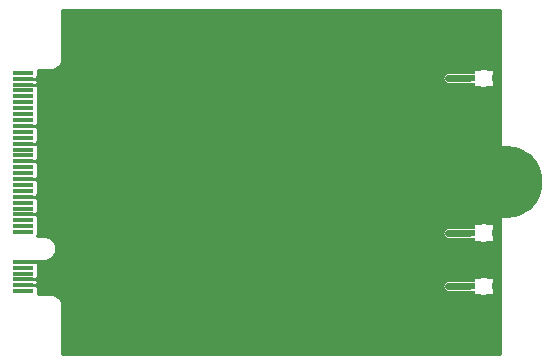
<source format=gtl>
G04 #@! TF.FileFunction,Copper,L1,Top,Signal*
%FSLAX46Y46*%
G04 Gerber Fmt 4.6, Leading zero omitted, Abs format (unit mm)*
G04 Created by KiCad (PCBNEW 4.0.7) date Fri Mar 16 12:52:25 2018*
%MOMM*%
%LPD*%
G01*
G04 APERTURE LIST*
%ADD10C,0.100000*%
%ADD11R,1.700000X0.350000*%
%ADD12R,1.580000X0.500000*%
%ADD13R,0.500000X0.500000*%
%ADD14R,0.550000X0.600000*%
%ADD15C,6.150000*%
%ADD16C,0.250000*%
%ADD17C,0.600000*%
%ADD18C,0.025400*%
G04 APERTURE END LIST*
D10*
D11*
X120000000Y-104250000D03*
X120000000Y-103750000D03*
X120000000Y-103250000D03*
X120000000Y-102750000D03*
X120000000Y-102250000D03*
X120000000Y-101750000D03*
X120000000Y-99250000D03*
X120000000Y-98750000D03*
X120000000Y-98250000D03*
X120000000Y-97750000D03*
X120000000Y-97250000D03*
X120000000Y-96750000D03*
X120000000Y-96250000D03*
X120000000Y-95750000D03*
X120000000Y-95250000D03*
X120000000Y-94750000D03*
X120000000Y-94250000D03*
X120000000Y-93750000D03*
X120000000Y-93250000D03*
X120000000Y-92750000D03*
X120000000Y-92250000D03*
X120000000Y-91750000D03*
X120000000Y-91250000D03*
X120000000Y-90750000D03*
X120000000Y-90250000D03*
X120000000Y-89750000D03*
X120000000Y-89250000D03*
X120000000Y-88750000D03*
X120000000Y-88250000D03*
X120000000Y-87750000D03*
X120000000Y-87250000D03*
X120000000Y-86750000D03*
X120000000Y-86250000D03*
X120000000Y-85750000D03*
D12*
X158950000Y-98300000D03*
X158950000Y-100300000D03*
D13*
X159950000Y-99300000D03*
D14*
X157975000Y-99300000D03*
D10*
G36*
X159220000Y-98550000D02*
X159740000Y-98550000D01*
X159740000Y-98630000D01*
X159220000Y-98630000D01*
X159220000Y-98550000D01*
X159220000Y-98550000D01*
G37*
G36*
X159140001Y-98550001D02*
X159219999Y-98549999D01*
X159220001Y-98550001D01*
X159219999Y-98629999D01*
X159140001Y-98550001D01*
X159140001Y-98550001D01*
G37*
G36*
X158680001Y-98629999D02*
X158679999Y-98550001D01*
X158680001Y-98549999D01*
X158759999Y-98550001D01*
X158680001Y-98629999D01*
X158680001Y-98629999D01*
G37*
G36*
X158160000Y-98550000D02*
X158680000Y-98550000D01*
X158680000Y-98630000D01*
X158160000Y-98630000D01*
X158160000Y-98550000D01*
X158160000Y-98550000D01*
G37*
G36*
X159220000Y-99970000D02*
X159740000Y-99970000D01*
X159740000Y-100050000D01*
X159220000Y-100050000D01*
X159220000Y-99970000D01*
X159220000Y-99970000D01*
G37*
G36*
X158759999Y-100049999D02*
X158680001Y-100050001D01*
X158679999Y-100049999D01*
X158680001Y-99970001D01*
X158759999Y-100049999D01*
X158759999Y-100049999D01*
G37*
G36*
X159219999Y-99970001D02*
X159220001Y-100049999D01*
X159219999Y-100050001D01*
X159140001Y-100049999D01*
X159219999Y-99970001D01*
X159219999Y-99970001D01*
G37*
G36*
X158160000Y-99970000D02*
X158680000Y-99970000D01*
X158680000Y-100050000D01*
X158160000Y-100050000D01*
X158160000Y-99970000D01*
X158160000Y-99970000D01*
G37*
G36*
X159190000Y-98540000D02*
X159490000Y-98540000D01*
X159490000Y-98600000D01*
X159190000Y-98600000D01*
X159190000Y-98540000D01*
X159190000Y-98540000D01*
G37*
G36*
X158410000Y-98540000D02*
X158710000Y-98540000D01*
X158710000Y-98600000D01*
X158410000Y-98600000D01*
X158410000Y-98540000D01*
X158410000Y-98540000D01*
G37*
G36*
X158390000Y-98630000D02*
X158390000Y-98050000D01*
X158450000Y-98050000D01*
X158450000Y-98630000D01*
X158390000Y-98630000D01*
X158390000Y-98630000D01*
G37*
G36*
X159450000Y-100550000D02*
X159450000Y-99970000D01*
X159510000Y-99970000D01*
X159510000Y-100550000D01*
X159450000Y-100550000D01*
X159450000Y-100550000D01*
G37*
G36*
X159450000Y-98630000D02*
X159450000Y-98050000D01*
X159510000Y-98050000D01*
X159510000Y-98630000D01*
X159450000Y-98630000D01*
X159450000Y-98630000D01*
G37*
G36*
X158390000Y-100550000D02*
X158390000Y-99970000D01*
X158450000Y-99970000D01*
X158450000Y-100550000D01*
X158390000Y-100550000D01*
X158390000Y-100550000D01*
G37*
G36*
X159190000Y-100000000D02*
X159490000Y-100000000D01*
X159490000Y-100060000D01*
X159190000Y-100060000D01*
X159190000Y-100000000D01*
X159190000Y-100000000D01*
G37*
G36*
X158410000Y-100000000D02*
X158710000Y-100000000D01*
X158710000Y-100060000D01*
X158410000Y-100060000D01*
X158410000Y-100000000D01*
X158410000Y-100000000D01*
G37*
D12*
X158950000Y-102800000D03*
X158950000Y-104800000D03*
D13*
X159950000Y-103800000D03*
D14*
X157975000Y-103800000D03*
D10*
G36*
X159220000Y-103050000D02*
X159740000Y-103050000D01*
X159740000Y-103130000D01*
X159220000Y-103130000D01*
X159220000Y-103050000D01*
X159220000Y-103050000D01*
G37*
G36*
X159140001Y-103050001D02*
X159219999Y-103049999D01*
X159220001Y-103050001D01*
X159219999Y-103129999D01*
X159140001Y-103050001D01*
X159140001Y-103050001D01*
G37*
G36*
X158680001Y-103129999D02*
X158679999Y-103050001D01*
X158680001Y-103049999D01*
X158759999Y-103050001D01*
X158680001Y-103129999D01*
X158680001Y-103129999D01*
G37*
G36*
X158160000Y-103050000D02*
X158680000Y-103050000D01*
X158680000Y-103130000D01*
X158160000Y-103130000D01*
X158160000Y-103050000D01*
X158160000Y-103050000D01*
G37*
G36*
X159220000Y-104470000D02*
X159740000Y-104470000D01*
X159740000Y-104550000D01*
X159220000Y-104550000D01*
X159220000Y-104470000D01*
X159220000Y-104470000D01*
G37*
G36*
X158759999Y-104549999D02*
X158680001Y-104550001D01*
X158679999Y-104549999D01*
X158680001Y-104470001D01*
X158759999Y-104549999D01*
X158759999Y-104549999D01*
G37*
G36*
X159219999Y-104470001D02*
X159220001Y-104549999D01*
X159219999Y-104550001D01*
X159140001Y-104549999D01*
X159219999Y-104470001D01*
X159219999Y-104470001D01*
G37*
G36*
X158160000Y-104470000D02*
X158680000Y-104470000D01*
X158680000Y-104550000D01*
X158160000Y-104550000D01*
X158160000Y-104470000D01*
X158160000Y-104470000D01*
G37*
G36*
X159190000Y-103040000D02*
X159490000Y-103040000D01*
X159490000Y-103100000D01*
X159190000Y-103100000D01*
X159190000Y-103040000D01*
X159190000Y-103040000D01*
G37*
G36*
X158410000Y-103040000D02*
X158710000Y-103040000D01*
X158710000Y-103100000D01*
X158410000Y-103100000D01*
X158410000Y-103040000D01*
X158410000Y-103040000D01*
G37*
G36*
X158390000Y-103130000D02*
X158390000Y-102550000D01*
X158450000Y-102550000D01*
X158450000Y-103130000D01*
X158390000Y-103130000D01*
X158390000Y-103130000D01*
G37*
G36*
X159450000Y-105050000D02*
X159450000Y-104470000D01*
X159510000Y-104470000D01*
X159510000Y-105050000D01*
X159450000Y-105050000D01*
X159450000Y-105050000D01*
G37*
G36*
X159450000Y-103130000D02*
X159450000Y-102550000D01*
X159510000Y-102550000D01*
X159510000Y-103130000D01*
X159450000Y-103130000D01*
X159450000Y-103130000D01*
G37*
G36*
X158390000Y-105050000D02*
X158390000Y-104470000D01*
X158450000Y-104470000D01*
X158450000Y-105050000D01*
X158390000Y-105050000D01*
X158390000Y-105050000D01*
G37*
G36*
X159190000Y-104500000D02*
X159490000Y-104500000D01*
X159490000Y-104560000D01*
X159190000Y-104560000D01*
X159190000Y-104500000D01*
X159190000Y-104500000D01*
G37*
G36*
X158410000Y-104500000D02*
X158710000Y-104500000D01*
X158710000Y-104560000D01*
X158410000Y-104560000D01*
X158410000Y-104500000D01*
X158410000Y-104500000D01*
G37*
D12*
X158950000Y-85200000D03*
X158950000Y-87200000D03*
D13*
X159950000Y-86200000D03*
D14*
X157975000Y-86200000D03*
D10*
G36*
X159220000Y-85450000D02*
X159740000Y-85450000D01*
X159740000Y-85530000D01*
X159220000Y-85530000D01*
X159220000Y-85450000D01*
X159220000Y-85450000D01*
G37*
G36*
X159140001Y-85450001D02*
X159219999Y-85449999D01*
X159220001Y-85450001D01*
X159219999Y-85529999D01*
X159140001Y-85450001D01*
X159140001Y-85450001D01*
G37*
G36*
X158680001Y-85529999D02*
X158679999Y-85450001D01*
X158680001Y-85449999D01*
X158759999Y-85450001D01*
X158680001Y-85529999D01*
X158680001Y-85529999D01*
G37*
G36*
X158160000Y-85450000D02*
X158680000Y-85450000D01*
X158680000Y-85530000D01*
X158160000Y-85530000D01*
X158160000Y-85450000D01*
X158160000Y-85450000D01*
G37*
G36*
X159220000Y-86870000D02*
X159740000Y-86870000D01*
X159740000Y-86950000D01*
X159220000Y-86950000D01*
X159220000Y-86870000D01*
X159220000Y-86870000D01*
G37*
G36*
X158759999Y-86949999D02*
X158680001Y-86950001D01*
X158679999Y-86949999D01*
X158680001Y-86870001D01*
X158759999Y-86949999D01*
X158759999Y-86949999D01*
G37*
G36*
X159219999Y-86870001D02*
X159220001Y-86949999D01*
X159219999Y-86950001D01*
X159140001Y-86949999D01*
X159219999Y-86870001D01*
X159219999Y-86870001D01*
G37*
G36*
X158160000Y-86870000D02*
X158680000Y-86870000D01*
X158680000Y-86950000D01*
X158160000Y-86950000D01*
X158160000Y-86870000D01*
X158160000Y-86870000D01*
G37*
G36*
X159190000Y-85440000D02*
X159490000Y-85440000D01*
X159490000Y-85500000D01*
X159190000Y-85500000D01*
X159190000Y-85440000D01*
X159190000Y-85440000D01*
G37*
G36*
X158410000Y-85440000D02*
X158710000Y-85440000D01*
X158710000Y-85500000D01*
X158410000Y-85500000D01*
X158410000Y-85440000D01*
X158410000Y-85440000D01*
G37*
G36*
X158390000Y-85530000D02*
X158390000Y-84950000D01*
X158450000Y-84950000D01*
X158450000Y-85530000D01*
X158390000Y-85530000D01*
X158390000Y-85530000D01*
G37*
G36*
X159450000Y-87450000D02*
X159450000Y-86870000D01*
X159510000Y-86870000D01*
X159510000Y-87450000D01*
X159450000Y-87450000D01*
X159450000Y-87450000D01*
G37*
G36*
X159450000Y-85530000D02*
X159450000Y-84950000D01*
X159510000Y-84950000D01*
X159510000Y-85530000D01*
X159450000Y-85530000D01*
X159450000Y-85530000D01*
G37*
G36*
X158390000Y-87450000D02*
X158390000Y-86870000D01*
X158450000Y-86870000D01*
X158450000Y-87450000D01*
X158390000Y-87450000D01*
X158390000Y-87450000D01*
G37*
G36*
X159190000Y-86900000D02*
X159490000Y-86900000D01*
X159490000Y-86960000D01*
X159190000Y-86960000D01*
X159190000Y-86900000D01*
X159190000Y-86900000D01*
G37*
G36*
X158410000Y-86900000D02*
X158710000Y-86900000D01*
X158710000Y-86960000D01*
X158410000Y-86960000D01*
X158410000Y-86900000D01*
X158410000Y-86900000D01*
G37*
D15*
X160850000Y-95000000D03*
D16*
X160850000Y-95000000D02*
X157850000Y-95000000D01*
X158950000Y-85200000D02*
X158160000Y-85200000D01*
X158950000Y-102800000D02*
X158160000Y-102800000D01*
X158950000Y-98300000D02*
X158160000Y-98300000D01*
X120000000Y-86250000D02*
X121250000Y-86250000D01*
X121250000Y-86250000D02*
X121500000Y-86500000D01*
X121250000Y-86750000D02*
X120000000Y-86750000D01*
X121500000Y-86500000D02*
X121250000Y-86750000D01*
X121100000Y-90250000D02*
X121500000Y-90650000D01*
X121500000Y-91350000D02*
X121100000Y-91750000D01*
X121500000Y-90650000D02*
X121500000Y-91350000D01*
X120000000Y-93250000D02*
X121100000Y-93250000D01*
X121100000Y-94750000D02*
X120000000Y-94750000D01*
X120000000Y-96250000D02*
X121020002Y-96250000D01*
X120000000Y-90250000D02*
X121100000Y-90250000D01*
X121500000Y-94350000D02*
X121100000Y-94750000D01*
X121500000Y-96729998D02*
X121500000Y-97350000D01*
X121100000Y-103250000D02*
X120000000Y-103250000D01*
X121500000Y-97350000D02*
X121100000Y-97750000D01*
X121100000Y-93250000D02*
X121500000Y-93650000D01*
X121500000Y-102000000D02*
X121500000Y-102850000D01*
X121500000Y-102850000D02*
X121100000Y-103250000D01*
X120000000Y-103750000D02*
X121250000Y-103750000D01*
X121250000Y-103750000D02*
X121500000Y-103500000D01*
X121020002Y-96250000D02*
X121500000Y-96729998D01*
X121250000Y-103250000D02*
X120000000Y-103250000D01*
X121500000Y-103500000D02*
X121250000Y-103250000D01*
X121100000Y-97750000D02*
X120000000Y-97750000D01*
X120000000Y-101750000D02*
X121250000Y-101750000D01*
X121100000Y-91750000D02*
X120000000Y-91750000D01*
X121250000Y-101750000D02*
X121500000Y-102000000D01*
X121500000Y-93650000D02*
X121500000Y-94350000D01*
D17*
X157700000Y-103800000D02*
X156000000Y-103800000D01*
D16*
X157975000Y-103800000D02*
X157700000Y-103800000D01*
D17*
X157700000Y-99300000D02*
X156000000Y-99300000D01*
D16*
X157975000Y-99300000D02*
X157700000Y-99300000D01*
D17*
X157700000Y-86200000D02*
X156000000Y-86200000D01*
D16*
X157975000Y-86200000D02*
X157700000Y-86200000D01*
G36*
X160400000Y-109550000D02*
X123300000Y-109550000D01*
X123300000Y-105425000D01*
X123291354Y-105381533D01*
X123291354Y-105337210D01*
X123253294Y-105145868D01*
X123186102Y-104983651D01*
X123186098Y-104983647D01*
X123077718Y-104821446D01*
X123077716Y-104821442D01*
X122953558Y-104697284D01*
X122953554Y-104697282D01*
X122791353Y-104588902D01*
X122791349Y-104588898D01*
X122684797Y-104544764D01*
X122629134Y-104521707D01*
X122629132Y-104521707D01*
X122437790Y-104483646D01*
X122393467Y-104483646D01*
X122350000Y-104475000D01*
X121222221Y-104475000D01*
X121232346Y-104425000D01*
X121232346Y-104075000D01*
X121221647Y-104018140D01*
X121229000Y-104000388D01*
X121229000Y-103932250D01*
X121158214Y-103861464D01*
X121124069Y-103808401D01*
X121111774Y-103800000D01*
X155325000Y-103800000D01*
X155376381Y-104058311D01*
X155522703Y-104277297D01*
X155741689Y-104423619D01*
X156000000Y-104475000D01*
X157663724Y-104475000D01*
X157700000Y-104482346D01*
X158012323Y-104482346D01*
X158018549Y-104515432D01*
X158045399Y-104557159D01*
X158086368Y-104585152D01*
X158135000Y-104595000D01*
X158628224Y-104595000D01*
X158671612Y-104638388D01*
X158711368Y-104665152D01*
X158760000Y-104675000D01*
X159140000Y-104675000D01*
X159187037Y-104665813D01*
X159228388Y-104638388D01*
X159271776Y-104595000D01*
X159740000Y-104595000D01*
X159785432Y-104586451D01*
X159827159Y-104559601D01*
X159855152Y-104518632D01*
X159865000Y-104470000D01*
X159865000Y-104050000D01*
X159856451Y-104004568D01*
X159829601Y-103962841D01*
X159825000Y-103959697D01*
X159825000Y-103640990D01*
X159827159Y-103639601D01*
X159855152Y-103598632D01*
X159865000Y-103550000D01*
X159865000Y-103130000D01*
X159856451Y-103084568D01*
X159829601Y-103042841D01*
X159788632Y-103014848D01*
X159740000Y-103005000D01*
X159271776Y-103005000D01*
X159228388Y-102961612D01*
X159188632Y-102934848D01*
X159140000Y-102925000D01*
X158760000Y-102925000D01*
X158712963Y-102934187D01*
X158671612Y-102961612D01*
X158628224Y-103005000D01*
X158135000Y-103005000D01*
X158089568Y-103013549D01*
X158047841Y-103040399D01*
X158019848Y-103081368D01*
X158012500Y-103117654D01*
X157700000Y-103117654D01*
X157660959Y-103125000D01*
X156000000Y-103125000D01*
X155741689Y-103176381D01*
X155522703Y-103322703D01*
X155376381Y-103541689D01*
X155325000Y-103800000D01*
X121111774Y-103800000D01*
X121045073Y-103754425D01*
X121064686Y-103746301D01*
X121171301Y-103639686D01*
X121181368Y-103615382D01*
X121229000Y-103567750D01*
X121229000Y-103432250D01*
X121181368Y-103384618D01*
X121171301Y-103360314D01*
X121064686Y-103253699D01*
X121044619Y-103245387D01*
X121116599Y-103199069D01*
X121157410Y-103139340D01*
X121229000Y-103067750D01*
X121229000Y-102999612D01*
X121221099Y-102980538D01*
X121232346Y-102925000D01*
X121232346Y-102575000D01*
X121217716Y-102497247D01*
X121232346Y-102425000D01*
X121232346Y-102075000D01*
X121221647Y-102018140D01*
X121229000Y-102000388D01*
X121229000Y-101932250D01*
X121158214Y-101861464D01*
X121124069Y-101808401D01*
X120998754Y-101722777D01*
X120850000Y-101692654D01*
X119851000Y-101692654D01*
X119851000Y-101675000D01*
X121750000Y-101675000D01*
X121793471Y-101666353D01*
X121837790Y-101666353D01*
X122067400Y-101620682D01*
X122067401Y-101620682D01*
X122134593Y-101592850D01*
X122229616Y-101553490D01*
X122229617Y-101553489D01*
X122424271Y-101423425D01*
X122548427Y-101299269D01*
X122678487Y-101104620D01*
X122678490Y-101104617D01*
X122706321Y-101037425D01*
X122745682Y-100942401D01*
X122745682Y-100942395D01*
X122791352Y-100712797D01*
X122791354Y-100712791D01*
X122791353Y-100625000D01*
X122791354Y-100537209D01*
X122791352Y-100537203D01*
X122745682Y-100307605D01*
X122745682Y-100307599D01*
X122683907Y-100158462D01*
X122678490Y-100145383D01*
X122678487Y-100145380D01*
X122548425Y-99950729D01*
X122424269Y-99826573D01*
X122229617Y-99696511D01*
X122229616Y-99696510D01*
X122125909Y-99653553D01*
X122067401Y-99629318D01*
X122067400Y-99629318D01*
X121837790Y-99583647D01*
X121793471Y-99583647D01*
X121750000Y-99575000D01*
X121201372Y-99575000D01*
X121202223Y-99573754D01*
X121232346Y-99425000D01*
X121232346Y-99300000D01*
X155325000Y-99300000D01*
X155376381Y-99558311D01*
X155522703Y-99777297D01*
X155741689Y-99923619D01*
X156000000Y-99975000D01*
X157663724Y-99975000D01*
X157700000Y-99982346D01*
X158012323Y-99982346D01*
X158018549Y-100015432D01*
X158045399Y-100057159D01*
X158086368Y-100085152D01*
X158135000Y-100095000D01*
X158628224Y-100095000D01*
X158671612Y-100138388D01*
X158711368Y-100165152D01*
X158760000Y-100175000D01*
X159140000Y-100175000D01*
X159187037Y-100165813D01*
X159228388Y-100138388D01*
X159271776Y-100095000D01*
X159740000Y-100095000D01*
X159785432Y-100086451D01*
X159827159Y-100059601D01*
X159855152Y-100018632D01*
X159865000Y-99970000D01*
X159865000Y-99550000D01*
X159856451Y-99504568D01*
X159829601Y-99462841D01*
X159825000Y-99459697D01*
X159825000Y-99140990D01*
X159827159Y-99139601D01*
X159855152Y-99098632D01*
X159865000Y-99050000D01*
X159865000Y-98630000D01*
X159856451Y-98584568D01*
X159829601Y-98542841D01*
X159788632Y-98514848D01*
X159740000Y-98505000D01*
X159271776Y-98505000D01*
X159228388Y-98461612D01*
X159188632Y-98434848D01*
X159140000Y-98425000D01*
X158760000Y-98425000D01*
X158712963Y-98434187D01*
X158671612Y-98461612D01*
X158628224Y-98505000D01*
X158135000Y-98505000D01*
X158089568Y-98513549D01*
X158047841Y-98540399D01*
X158019848Y-98581368D01*
X158012500Y-98617654D01*
X157700000Y-98617654D01*
X157660959Y-98625000D01*
X156000000Y-98625000D01*
X155741689Y-98676381D01*
X155522703Y-98822703D01*
X155376381Y-99041689D01*
X155325000Y-99300000D01*
X121232346Y-99300000D01*
X121232346Y-99075000D01*
X121217716Y-98997247D01*
X121232346Y-98925000D01*
X121232346Y-98575000D01*
X121217716Y-98497247D01*
X121232346Y-98425000D01*
X121232346Y-98075000D01*
X121221647Y-98018140D01*
X121229000Y-98000388D01*
X121229000Y-97932250D01*
X121158214Y-97861464D01*
X121124069Y-97808401D01*
X121038040Y-97749620D01*
X121116599Y-97699069D01*
X121157410Y-97639340D01*
X121229000Y-97567750D01*
X121229000Y-97499612D01*
X121221099Y-97480538D01*
X121232346Y-97425000D01*
X121232346Y-97075000D01*
X121217716Y-96997247D01*
X121232346Y-96925000D01*
X121232346Y-96575000D01*
X121221647Y-96518140D01*
X121229000Y-96500388D01*
X121229000Y-96432250D01*
X121158214Y-96361464D01*
X121124069Y-96308401D01*
X121038040Y-96249620D01*
X121116599Y-96199069D01*
X121157410Y-96139340D01*
X121229000Y-96067750D01*
X121229000Y-95999612D01*
X121221099Y-95980538D01*
X121232346Y-95925000D01*
X121232346Y-95575000D01*
X121217716Y-95497247D01*
X121232346Y-95425000D01*
X121232346Y-95075000D01*
X121221647Y-95018140D01*
X121229000Y-95000388D01*
X121229000Y-94932250D01*
X121158214Y-94861464D01*
X121124069Y-94808401D01*
X121038040Y-94749620D01*
X121116599Y-94699069D01*
X121157410Y-94639340D01*
X121229000Y-94567750D01*
X121229000Y-94499612D01*
X121221099Y-94480538D01*
X121232346Y-94425000D01*
X121232346Y-94075000D01*
X121217716Y-93997247D01*
X121232346Y-93925000D01*
X121232346Y-93575000D01*
X121221647Y-93518140D01*
X121229000Y-93500388D01*
X121229000Y-93432250D01*
X121158214Y-93361464D01*
X121124069Y-93308401D01*
X121038040Y-93249620D01*
X121116599Y-93199069D01*
X121157410Y-93139340D01*
X121229000Y-93067750D01*
X121229000Y-92999612D01*
X121221099Y-92980538D01*
X121232346Y-92925000D01*
X121232346Y-92575000D01*
X121217716Y-92497247D01*
X121232346Y-92425000D01*
X121232346Y-92075000D01*
X121221647Y-92018140D01*
X121229000Y-92000388D01*
X121229000Y-91932250D01*
X121158214Y-91861464D01*
X121124069Y-91808401D01*
X121038040Y-91749620D01*
X121116599Y-91699069D01*
X121157410Y-91639340D01*
X121229000Y-91567750D01*
X121229000Y-91499612D01*
X121221099Y-91480538D01*
X121232346Y-91425000D01*
X121232346Y-91075000D01*
X121217716Y-90997247D01*
X121232346Y-90925000D01*
X121232346Y-90575000D01*
X121221647Y-90518140D01*
X121229000Y-90500388D01*
X121229000Y-90432250D01*
X121158214Y-90361464D01*
X121124069Y-90308401D01*
X121038040Y-90249620D01*
X121116599Y-90199069D01*
X121157410Y-90139340D01*
X121229000Y-90067750D01*
X121229000Y-89999612D01*
X121221099Y-89980538D01*
X121232346Y-89925000D01*
X121232346Y-89575000D01*
X121217716Y-89497247D01*
X121232346Y-89425000D01*
X121232346Y-89075000D01*
X121217716Y-88997247D01*
X121232346Y-88925000D01*
X121232346Y-88575000D01*
X121217716Y-88497247D01*
X121232346Y-88425000D01*
X121232346Y-88075000D01*
X121217716Y-87997247D01*
X121232346Y-87925000D01*
X121232346Y-87575000D01*
X121217716Y-87497247D01*
X121232346Y-87425000D01*
X121232346Y-87075000D01*
X121221647Y-87018140D01*
X121229000Y-87000388D01*
X121229000Y-86932250D01*
X121158214Y-86861464D01*
X121124069Y-86808401D01*
X121045073Y-86754425D01*
X121064686Y-86746301D01*
X121171301Y-86639686D01*
X121181368Y-86615382D01*
X121229000Y-86567750D01*
X121229000Y-86432250D01*
X121181368Y-86384618D01*
X121171301Y-86360314D01*
X121064686Y-86253699D01*
X121044619Y-86245387D01*
X121115152Y-86200000D01*
X155325000Y-86200000D01*
X155376381Y-86458311D01*
X155522703Y-86677297D01*
X155741689Y-86823619D01*
X156000000Y-86875000D01*
X157663724Y-86875000D01*
X157700000Y-86882346D01*
X158012323Y-86882346D01*
X158018549Y-86915432D01*
X158045399Y-86957159D01*
X158086368Y-86985152D01*
X158135000Y-86995000D01*
X158628224Y-86995000D01*
X158671612Y-87038388D01*
X158711368Y-87065152D01*
X158760000Y-87075000D01*
X159140000Y-87075000D01*
X159187037Y-87065813D01*
X159228388Y-87038388D01*
X159271776Y-86995000D01*
X159740000Y-86995000D01*
X159785432Y-86986451D01*
X159827159Y-86959601D01*
X159855152Y-86918632D01*
X159865000Y-86870000D01*
X159865000Y-86450000D01*
X159856451Y-86404568D01*
X159829601Y-86362841D01*
X159825000Y-86359697D01*
X159825000Y-86040990D01*
X159827159Y-86039601D01*
X159855152Y-85998632D01*
X159865000Y-85950000D01*
X159865000Y-85530000D01*
X159856451Y-85484568D01*
X159829601Y-85442841D01*
X159788632Y-85414848D01*
X159740000Y-85405000D01*
X159271776Y-85405000D01*
X159228388Y-85361612D01*
X159188632Y-85334848D01*
X159140000Y-85325000D01*
X158760000Y-85325000D01*
X158712963Y-85334187D01*
X158671612Y-85361612D01*
X158628224Y-85405000D01*
X158135000Y-85405000D01*
X158089568Y-85413549D01*
X158047841Y-85440399D01*
X158019848Y-85481368D01*
X158012500Y-85517654D01*
X157700000Y-85517654D01*
X157660959Y-85525000D01*
X156000000Y-85525000D01*
X155741689Y-85576381D01*
X155522703Y-85722703D01*
X155376381Y-85941689D01*
X155325000Y-86200000D01*
X121115152Y-86200000D01*
X121116599Y-86199069D01*
X121157410Y-86139340D01*
X121229000Y-86067750D01*
X121229000Y-85999612D01*
X121221099Y-85980538D01*
X121232346Y-85925000D01*
X121232346Y-85575000D01*
X121222938Y-85525000D01*
X122350000Y-85525000D01*
X122393467Y-85516354D01*
X122437790Y-85516354D01*
X122629132Y-85478293D01*
X122629134Y-85478293D01*
X122699464Y-85449161D01*
X122791349Y-85411102D01*
X122791353Y-85411098D01*
X122953554Y-85302718D01*
X122953558Y-85302716D01*
X123077716Y-85178558D01*
X123077718Y-85178554D01*
X123186098Y-85016353D01*
X123186102Y-85016349D01*
X123253294Y-84854132D01*
X123291354Y-84662790D01*
X123291354Y-84618467D01*
X123300000Y-84575000D01*
X123300000Y-80450000D01*
X160400000Y-80450000D01*
X160400000Y-109550000D01*
X160400000Y-109550000D01*
G37*
X160400000Y-109550000D02*
X123300000Y-109550000D01*
X123300000Y-105425000D01*
X123291354Y-105381533D01*
X123291354Y-105337210D01*
X123253294Y-105145868D01*
X123186102Y-104983651D01*
X123186098Y-104983647D01*
X123077718Y-104821446D01*
X123077716Y-104821442D01*
X122953558Y-104697284D01*
X122953554Y-104697282D01*
X122791353Y-104588902D01*
X122791349Y-104588898D01*
X122684797Y-104544764D01*
X122629134Y-104521707D01*
X122629132Y-104521707D01*
X122437790Y-104483646D01*
X122393467Y-104483646D01*
X122350000Y-104475000D01*
X121222221Y-104475000D01*
X121232346Y-104425000D01*
X121232346Y-104075000D01*
X121221647Y-104018140D01*
X121229000Y-104000388D01*
X121229000Y-103932250D01*
X121158214Y-103861464D01*
X121124069Y-103808401D01*
X121111774Y-103800000D01*
X155325000Y-103800000D01*
X155376381Y-104058311D01*
X155522703Y-104277297D01*
X155741689Y-104423619D01*
X156000000Y-104475000D01*
X157663724Y-104475000D01*
X157700000Y-104482346D01*
X158012323Y-104482346D01*
X158018549Y-104515432D01*
X158045399Y-104557159D01*
X158086368Y-104585152D01*
X158135000Y-104595000D01*
X158628224Y-104595000D01*
X158671612Y-104638388D01*
X158711368Y-104665152D01*
X158760000Y-104675000D01*
X159140000Y-104675000D01*
X159187037Y-104665813D01*
X159228388Y-104638388D01*
X159271776Y-104595000D01*
X159740000Y-104595000D01*
X159785432Y-104586451D01*
X159827159Y-104559601D01*
X159855152Y-104518632D01*
X159865000Y-104470000D01*
X159865000Y-104050000D01*
X159856451Y-104004568D01*
X159829601Y-103962841D01*
X159825000Y-103959697D01*
X159825000Y-103640990D01*
X159827159Y-103639601D01*
X159855152Y-103598632D01*
X159865000Y-103550000D01*
X159865000Y-103130000D01*
X159856451Y-103084568D01*
X159829601Y-103042841D01*
X159788632Y-103014848D01*
X159740000Y-103005000D01*
X159271776Y-103005000D01*
X159228388Y-102961612D01*
X159188632Y-102934848D01*
X159140000Y-102925000D01*
X158760000Y-102925000D01*
X158712963Y-102934187D01*
X158671612Y-102961612D01*
X158628224Y-103005000D01*
X158135000Y-103005000D01*
X158089568Y-103013549D01*
X158047841Y-103040399D01*
X158019848Y-103081368D01*
X158012500Y-103117654D01*
X157700000Y-103117654D01*
X157660959Y-103125000D01*
X156000000Y-103125000D01*
X155741689Y-103176381D01*
X155522703Y-103322703D01*
X155376381Y-103541689D01*
X155325000Y-103800000D01*
X121111774Y-103800000D01*
X121045073Y-103754425D01*
X121064686Y-103746301D01*
X121171301Y-103639686D01*
X121181368Y-103615382D01*
X121229000Y-103567750D01*
X121229000Y-103432250D01*
X121181368Y-103384618D01*
X121171301Y-103360314D01*
X121064686Y-103253699D01*
X121044619Y-103245387D01*
X121116599Y-103199069D01*
X121157410Y-103139340D01*
X121229000Y-103067750D01*
X121229000Y-102999612D01*
X121221099Y-102980538D01*
X121232346Y-102925000D01*
X121232346Y-102575000D01*
X121217716Y-102497247D01*
X121232346Y-102425000D01*
X121232346Y-102075000D01*
X121221647Y-102018140D01*
X121229000Y-102000388D01*
X121229000Y-101932250D01*
X121158214Y-101861464D01*
X121124069Y-101808401D01*
X120998754Y-101722777D01*
X120850000Y-101692654D01*
X119851000Y-101692654D01*
X119851000Y-101675000D01*
X121750000Y-101675000D01*
X121793471Y-101666353D01*
X121837790Y-101666353D01*
X122067400Y-101620682D01*
X122067401Y-101620682D01*
X122134593Y-101592850D01*
X122229616Y-101553490D01*
X122229617Y-101553489D01*
X122424271Y-101423425D01*
X122548427Y-101299269D01*
X122678487Y-101104620D01*
X122678490Y-101104617D01*
X122706321Y-101037425D01*
X122745682Y-100942401D01*
X122745682Y-100942395D01*
X122791352Y-100712797D01*
X122791354Y-100712791D01*
X122791353Y-100625000D01*
X122791354Y-100537209D01*
X122791352Y-100537203D01*
X122745682Y-100307605D01*
X122745682Y-100307599D01*
X122683907Y-100158462D01*
X122678490Y-100145383D01*
X122678487Y-100145380D01*
X122548425Y-99950729D01*
X122424269Y-99826573D01*
X122229617Y-99696511D01*
X122229616Y-99696510D01*
X122125909Y-99653553D01*
X122067401Y-99629318D01*
X122067400Y-99629318D01*
X121837790Y-99583647D01*
X121793471Y-99583647D01*
X121750000Y-99575000D01*
X121201372Y-99575000D01*
X121202223Y-99573754D01*
X121232346Y-99425000D01*
X121232346Y-99300000D01*
X155325000Y-99300000D01*
X155376381Y-99558311D01*
X155522703Y-99777297D01*
X155741689Y-99923619D01*
X156000000Y-99975000D01*
X157663724Y-99975000D01*
X157700000Y-99982346D01*
X158012323Y-99982346D01*
X158018549Y-100015432D01*
X158045399Y-100057159D01*
X158086368Y-100085152D01*
X158135000Y-100095000D01*
X158628224Y-100095000D01*
X158671612Y-100138388D01*
X158711368Y-100165152D01*
X158760000Y-100175000D01*
X159140000Y-100175000D01*
X159187037Y-100165813D01*
X159228388Y-100138388D01*
X159271776Y-100095000D01*
X159740000Y-100095000D01*
X159785432Y-100086451D01*
X159827159Y-100059601D01*
X159855152Y-100018632D01*
X159865000Y-99970000D01*
X159865000Y-99550000D01*
X159856451Y-99504568D01*
X159829601Y-99462841D01*
X159825000Y-99459697D01*
X159825000Y-99140990D01*
X159827159Y-99139601D01*
X159855152Y-99098632D01*
X159865000Y-99050000D01*
X159865000Y-98630000D01*
X159856451Y-98584568D01*
X159829601Y-98542841D01*
X159788632Y-98514848D01*
X159740000Y-98505000D01*
X159271776Y-98505000D01*
X159228388Y-98461612D01*
X159188632Y-98434848D01*
X159140000Y-98425000D01*
X158760000Y-98425000D01*
X158712963Y-98434187D01*
X158671612Y-98461612D01*
X158628224Y-98505000D01*
X158135000Y-98505000D01*
X158089568Y-98513549D01*
X158047841Y-98540399D01*
X158019848Y-98581368D01*
X158012500Y-98617654D01*
X157700000Y-98617654D01*
X157660959Y-98625000D01*
X156000000Y-98625000D01*
X155741689Y-98676381D01*
X155522703Y-98822703D01*
X155376381Y-99041689D01*
X155325000Y-99300000D01*
X121232346Y-99300000D01*
X121232346Y-99075000D01*
X121217716Y-98997247D01*
X121232346Y-98925000D01*
X121232346Y-98575000D01*
X121217716Y-98497247D01*
X121232346Y-98425000D01*
X121232346Y-98075000D01*
X121221647Y-98018140D01*
X121229000Y-98000388D01*
X121229000Y-97932250D01*
X121158214Y-97861464D01*
X121124069Y-97808401D01*
X121038040Y-97749620D01*
X121116599Y-97699069D01*
X121157410Y-97639340D01*
X121229000Y-97567750D01*
X121229000Y-97499612D01*
X121221099Y-97480538D01*
X121232346Y-97425000D01*
X121232346Y-97075000D01*
X121217716Y-96997247D01*
X121232346Y-96925000D01*
X121232346Y-96575000D01*
X121221647Y-96518140D01*
X121229000Y-96500388D01*
X121229000Y-96432250D01*
X121158214Y-96361464D01*
X121124069Y-96308401D01*
X121038040Y-96249620D01*
X121116599Y-96199069D01*
X121157410Y-96139340D01*
X121229000Y-96067750D01*
X121229000Y-95999612D01*
X121221099Y-95980538D01*
X121232346Y-95925000D01*
X121232346Y-95575000D01*
X121217716Y-95497247D01*
X121232346Y-95425000D01*
X121232346Y-95075000D01*
X121221647Y-95018140D01*
X121229000Y-95000388D01*
X121229000Y-94932250D01*
X121158214Y-94861464D01*
X121124069Y-94808401D01*
X121038040Y-94749620D01*
X121116599Y-94699069D01*
X121157410Y-94639340D01*
X121229000Y-94567750D01*
X121229000Y-94499612D01*
X121221099Y-94480538D01*
X121232346Y-94425000D01*
X121232346Y-94075000D01*
X121217716Y-93997247D01*
X121232346Y-93925000D01*
X121232346Y-93575000D01*
X121221647Y-93518140D01*
X121229000Y-93500388D01*
X121229000Y-93432250D01*
X121158214Y-93361464D01*
X121124069Y-93308401D01*
X121038040Y-93249620D01*
X121116599Y-93199069D01*
X121157410Y-93139340D01*
X121229000Y-93067750D01*
X121229000Y-92999612D01*
X121221099Y-92980538D01*
X121232346Y-92925000D01*
X121232346Y-92575000D01*
X121217716Y-92497247D01*
X121232346Y-92425000D01*
X121232346Y-92075000D01*
X121221647Y-92018140D01*
X121229000Y-92000388D01*
X121229000Y-91932250D01*
X121158214Y-91861464D01*
X121124069Y-91808401D01*
X121038040Y-91749620D01*
X121116599Y-91699069D01*
X121157410Y-91639340D01*
X121229000Y-91567750D01*
X121229000Y-91499612D01*
X121221099Y-91480538D01*
X121232346Y-91425000D01*
X121232346Y-91075000D01*
X121217716Y-90997247D01*
X121232346Y-90925000D01*
X121232346Y-90575000D01*
X121221647Y-90518140D01*
X121229000Y-90500388D01*
X121229000Y-90432250D01*
X121158214Y-90361464D01*
X121124069Y-90308401D01*
X121038040Y-90249620D01*
X121116599Y-90199069D01*
X121157410Y-90139340D01*
X121229000Y-90067750D01*
X121229000Y-89999612D01*
X121221099Y-89980538D01*
X121232346Y-89925000D01*
X121232346Y-89575000D01*
X121217716Y-89497247D01*
X121232346Y-89425000D01*
X121232346Y-89075000D01*
X121217716Y-88997247D01*
X121232346Y-88925000D01*
X121232346Y-88575000D01*
X121217716Y-88497247D01*
X121232346Y-88425000D01*
X121232346Y-88075000D01*
X121217716Y-87997247D01*
X121232346Y-87925000D01*
X121232346Y-87575000D01*
X121217716Y-87497247D01*
X121232346Y-87425000D01*
X121232346Y-87075000D01*
X121221647Y-87018140D01*
X121229000Y-87000388D01*
X121229000Y-86932250D01*
X121158214Y-86861464D01*
X121124069Y-86808401D01*
X121045073Y-86754425D01*
X121064686Y-86746301D01*
X121171301Y-86639686D01*
X121181368Y-86615382D01*
X121229000Y-86567750D01*
X121229000Y-86432250D01*
X121181368Y-86384618D01*
X121171301Y-86360314D01*
X121064686Y-86253699D01*
X121044619Y-86245387D01*
X121115152Y-86200000D01*
X155325000Y-86200000D01*
X155376381Y-86458311D01*
X155522703Y-86677297D01*
X155741689Y-86823619D01*
X156000000Y-86875000D01*
X157663724Y-86875000D01*
X157700000Y-86882346D01*
X158012323Y-86882346D01*
X158018549Y-86915432D01*
X158045399Y-86957159D01*
X158086368Y-86985152D01*
X158135000Y-86995000D01*
X158628224Y-86995000D01*
X158671612Y-87038388D01*
X158711368Y-87065152D01*
X158760000Y-87075000D01*
X159140000Y-87075000D01*
X159187037Y-87065813D01*
X159228388Y-87038388D01*
X159271776Y-86995000D01*
X159740000Y-86995000D01*
X159785432Y-86986451D01*
X159827159Y-86959601D01*
X159855152Y-86918632D01*
X159865000Y-86870000D01*
X159865000Y-86450000D01*
X159856451Y-86404568D01*
X159829601Y-86362841D01*
X159825000Y-86359697D01*
X159825000Y-86040990D01*
X159827159Y-86039601D01*
X159855152Y-85998632D01*
X159865000Y-85950000D01*
X159865000Y-85530000D01*
X159856451Y-85484568D01*
X159829601Y-85442841D01*
X159788632Y-85414848D01*
X159740000Y-85405000D01*
X159271776Y-85405000D01*
X159228388Y-85361612D01*
X159188632Y-85334848D01*
X159140000Y-85325000D01*
X158760000Y-85325000D01*
X158712963Y-85334187D01*
X158671612Y-85361612D01*
X158628224Y-85405000D01*
X158135000Y-85405000D01*
X158089568Y-85413549D01*
X158047841Y-85440399D01*
X158019848Y-85481368D01*
X158012500Y-85517654D01*
X157700000Y-85517654D01*
X157660959Y-85525000D01*
X156000000Y-85525000D01*
X155741689Y-85576381D01*
X155522703Y-85722703D01*
X155376381Y-85941689D01*
X155325000Y-86200000D01*
X121115152Y-86200000D01*
X121116599Y-86199069D01*
X121157410Y-86139340D01*
X121229000Y-86067750D01*
X121229000Y-85999612D01*
X121221099Y-85980538D01*
X121232346Y-85925000D01*
X121232346Y-85575000D01*
X121222938Y-85525000D01*
X122350000Y-85525000D01*
X122393467Y-85516354D01*
X122437790Y-85516354D01*
X122629132Y-85478293D01*
X122629134Y-85478293D01*
X122699464Y-85449161D01*
X122791349Y-85411102D01*
X122791353Y-85411098D01*
X122953554Y-85302718D01*
X122953558Y-85302716D01*
X123077716Y-85178558D01*
X123077718Y-85178554D01*
X123186098Y-85016353D01*
X123186102Y-85016349D01*
X123253294Y-84854132D01*
X123291354Y-84662790D01*
X123291354Y-84618467D01*
X123300000Y-84575000D01*
X123300000Y-80450000D01*
X160400000Y-80450000D01*
X160400000Y-109550000D01*
D18*
G36*
X158167300Y-98617300D02*
X158135000Y-98617300D01*
X158130384Y-98618169D01*
X158126145Y-98620897D01*
X158123301Y-98625059D01*
X158122300Y-98630000D01*
X158122300Y-98867300D01*
X156000000Y-98867300D01*
X155834413Y-98900237D01*
X155694035Y-98994035D01*
X155600237Y-99134413D01*
X155567300Y-99300000D01*
X155600237Y-99465587D01*
X155694035Y-99605965D01*
X155834413Y-99699763D01*
X156000000Y-99732700D01*
X158122300Y-99732700D01*
X158122300Y-99970000D01*
X158123169Y-99974616D01*
X158125897Y-99978855D01*
X158130059Y-99981699D01*
X158135000Y-99982700D01*
X158167300Y-99982700D01*
X158167300Y-100537300D01*
X155462700Y-100537300D01*
X155462700Y-98062700D01*
X158167300Y-98062700D01*
X158167300Y-98617300D01*
X158167300Y-98617300D01*
G37*
X158167300Y-98617300D02*
X158135000Y-98617300D01*
X158130384Y-98618169D01*
X158126145Y-98620897D01*
X158123301Y-98625059D01*
X158122300Y-98630000D01*
X158122300Y-98867300D01*
X156000000Y-98867300D01*
X155834413Y-98900237D01*
X155694035Y-98994035D01*
X155600237Y-99134413D01*
X155567300Y-99300000D01*
X155600237Y-99465587D01*
X155694035Y-99605965D01*
X155834413Y-99699763D01*
X156000000Y-99732700D01*
X158122300Y-99732700D01*
X158122300Y-99970000D01*
X158123169Y-99974616D01*
X158125897Y-99978855D01*
X158130059Y-99981699D01*
X158135000Y-99982700D01*
X158167300Y-99982700D01*
X158167300Y-100537300D01*
X155462700Y-100537300D01*
X155462700Y-98062700D01*
X158167300Y-98062700D01*
X158167300Y-98617300D01*
G36*
X158167300Y-103117300D02*
X158135000Y-103117300D01*
X158130384Y-103118169D01*
X158126145Y-103120897D01*
X158123301Y-103125059D01*
X158122300Y-103130000D01*
X158122300Y-103367300D01*
X156000000Y-103367300D01*
X155834413Y-103400237D01*
X155694035Y-103494035D01*
X155600237Y-103634413D01*
X155567300Y-103800000D01*
X155600237Y-103965587D01*
X155694035Y-104105965D01*
X155834413Y-104199763D01*
X156000000Y-104232700D01*
X158122300Y-104232700D01*
X158122300Y-104470000D01*
X158123169Y-104474616D01*
X158125897Y-104478855D01*
X158130059Y-104481699D01*
X158135000Y-104482700D01*
X158167300Y-104482700D01*
X158167300Y-105037300D01*
X155462700Y-105037300D01*
X155462700Y-102562700D01*
X158167300Y-102562700D01*
X158167300Y-103117300D01*
X158167300Y-103117300D01*
G37*
X158167300Y-103117300D02*
X158135000Y-103117300D01*
X158130384Y-103118169D01*
X158126145Y-103120897D01*
X158123301Y-103125059D01*
X158122300Y-103130000D01*
X158122300Y-103367300D01*
X156000000Y-103367300D01*
X155834413Y-103400237D01*
X155694035Y-103494035D01*
X155600237Y-103634413D01*
X155567300Y-103800000D01*
X155600237Y-103965587D01*
X155694035Y-104105965D01*
X155834413Y-104199763D01*
X156000000Y-104232700D01*
X158122300Y-104232700D01*
X158122300Y-104470000D01*
X158123169Y-104474616D01*
X158125897Y-104478855D01*
X158130059Y-104481699D01*
X158135000Y-104482700D01*
X158167300Y-104482700D01*
X158167300Y-105037300D01*
X155462700Y-105037300D01*
X155462700Y-102562700D01*
X158167300Y-102562700D01*
X158167300Y-103117300D01*
G36*
X158167300Y-85517300D02*
X158135000Y-85517300D01*
X158130384Y-85518169D01*
X158126145Y-85520897D01*
X158123301Y-85525059D01*
X158122300Y-85530000D01*
X158122300Y-85767300D01*
X156000000Y-85767300D01*
X155834413Y-85800237D01*
X155694035Y-85894035D01*
X155600237Y-86034413D01*
X155567300Y-86200000D01*
X155600237Y-86365587D01*
X155694035Y-86505965D01*
X155834413Y-86599763D01*
X156000000Y-86632700D01*
X158122300Y-86632700D01*
X158122300Y-86870000D01*
X158123169Y-86874616D01*
X158125897Y-86878855D01*
X158130059Y-86881699D01*
X158135000Y-86882700D01*
X158167300Y-86882700D01*
X158167300Y-87437300D01*
X155462700Y-87437300D01*
X155462700Y-84962700D01*
X158167300Y-84962700D01*
X158167300Y-85517300D01*
X158167300Y-85517300D01*
G37*
X158167300Y-85517300D02*
X158135000Y-85517300D01*
X158130384Y-85518169D01*
X158126145Y-85520897D01*
X158123301Y-85525059D01*
X158122300Y-85530000D01*
X158122300Y-85767300D01*
X156000000Y-85767300D01*
X155834413Y-85800237D01*
X155694035Y-85894035D01*
X155600237Y-86034413D01*
X155567300Y-86200000D01*
X155600237Y-86365587D01*
X155694035Y-86505965D01*
X155834413Y-86599763D01*
X156000000Y-86632700D01*
X158122300Y-86632700D01*
X158122300Y-86870000D01*
X158123169Y-86874616D01*
X158125897Y-86878855D01*
X158130059Y-86881699D01*
X158135000Y-86882700D01*
X158167300Y-86882700D01*
X158167300Y-87437300D01*
X155462700Y-87437300D01*
X155462700Y-84962700D01*
X158167300Y-84962700D01*
X158167300Y-85517300D01*
M02*

</source>
